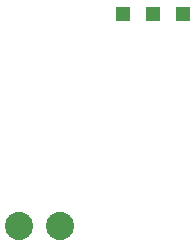
<source format=gbr>
G04 EAGLE Gerber RS-274X export*
G75*
%MOMM*%
%FSLAX34Y34*%
%LPD*%
%INSoldermask Bottom*%
%IPPOS*%
%AMOC8*
5,1,8,0,0,1.08239X$1,22.5*%
G01*
%ADD10C,2.387600*%
%ADD11R,1.311200X1.311200*%


D10*
X92900Y58100D03*
X57900Y58100D03*
D11*
X146000Y237800D03*
X171400Y237800D03*
X196800Y237800D03*
M02*

</source>
